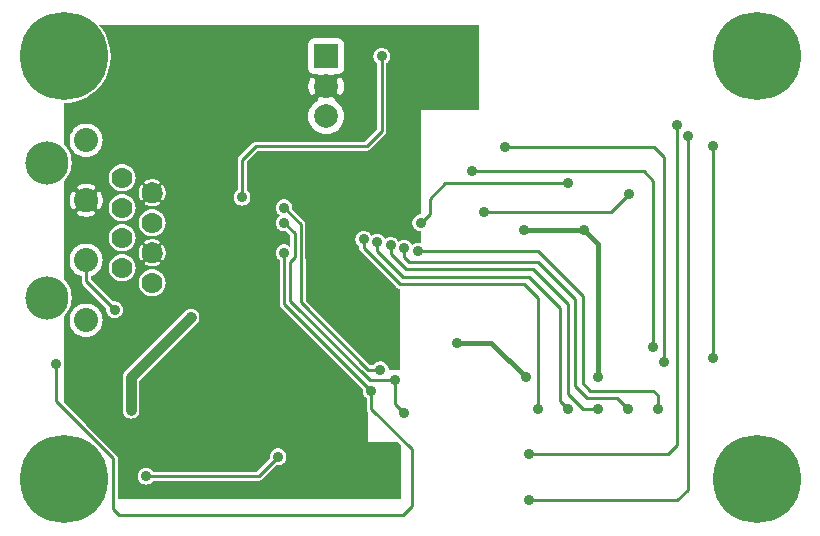
<source format=gbr>
G04 start of page 3 for group 1 idx 1 *
G04 Title: (unknown), bottom *
G04 Creator: pcb 20140316 *
G04 CreationDate: Thu 27 Apr 2017 04:48:59 AM GMT UTC *
G04 For: railfan *
G04 Format: Gerber/RS-274X *
G04 PCB-Dimensions (mil): 2650.00 1750.00 *
G04 PCB-Coordinate-Origin: lower left *
%MOIN*%
%FSLAX25Y25*%
%LNBOTTOM*%
%ADD57C,0.0300*%
%ADD56C,0.1280*%
%ADD55C,0.0480*%
%ADD54C,0.1285*%
%ADD53C,0.0450*%
%ADD52C,0.0200*%
%ADD51C,0.0360*%
%ADD50C,0.0700*%
%ADD49C,0.1440*%
%ADD48C,0.0800*%
%ADD47C,0.2937*%
%ADD46C,0.0787*%
%ADD45C,0.0350*%
%ADD44C,0.0100*%
%ADD43C,0.0150*%
%ADD42C,0.0001*%
G54D42*G36*
X85500Y90500D02*Y118500D01*
X112500D01*
Y90500D01*
X97500D01*
Y101941D01*
X97505Y102000D01*
X97486Y102235D01*
X97431Y102465D01*
X97341Y102683D01*
X97217Y102884D01*
X97064Y103064D01*
X97019Y103102D01*
X93233Y106889D01*
X93274Y107061D01*
X93300Y107500D01*
X93274Y107939D01*
X93171Y108368D01*
X93003Y108775D01*
X92772Y109151D01*
X92486Y109486D01*
X92151Y109772D01*
X91775Y110003D01*
X91368Y110171D01*
X90939Y110274D01*
X90500Y110309D01*
X90061Y110274D01*
X89632Y110171D01*
X89225Y110003D01*
X88849Y109772D01*
X88514Y109486D01*
X88228Y109151D01*
X87997Y108775D01*
X87829Y108368D01*
X87726Y107939D01*
X87691Y107500D01*
X87726Y107061D01*
X87829Y106632D01*
X87997Y106225D01*
X88228Y105849D01*
X88514Y105514D01*
X88849Y105228D01*
X89221Y105000D01*
X88849Y104772D01*
X88514Y104486D01*
X88228Y104151D01*
X87997Y103775D01*
X87829Y103368D01*
X87726Y102939D01*
X87691Y102500D01*
X87726Y102061D01*
X87829Y101632D01*
X87997Y101225D01*
X88228Y100849D01*
X88514Y100514D01*
X88849Y100228D01*
X89225Y99997D01*
X89632Y99829D01*
X90061Y99726D01*
X90500Y99691D01*
X90939Y99726D01*
X91111Y99767D01*
X92500Y98379D01*
Y94470D01*
X92486Y94486D01*
X92151Y94772D01*
X91775Y95003D01*
X91368Y95171D01*
X90939Y95274D01*
X90500Y95309D01*
X90061Y95274D01*
X89632Y95171D01*
X89225Y95003D01*
X88849Y94772D01*
X88514Y94486D01*
X88228Y94151D01*
X87997Y93775D01*
X87829Y93368D01*
X87726Y92939D01*
X87691Y92500D01*
X87726Y92061D01*
X87829Y91632D01*
X87997Y91225D01*
X88228Y90849D01*
X88514Y90514D01*
X88530Y90500D01*
X85500D01*
G37*
G36*
X104491Y126500D02*X112500D01*
Y102500D01*
X104491D01*
Y126500D01*
G37*
G36*
X109261Y168500D02*X112500D01*
Y129500D01*
X109261D01*
Y134433D01*
X109318Y134500D01*
X109806Y135296D01*
X110164Y136160D01*
X110382Y137068D01*
X110437Y138000D01*
X110382Y138932D01*
X110164Y139840D01*
X109806Y140704D01*
X109318Y141500D01*
X109261Y141567D01*
Y145183D01*
X109331Y145195D01*
X109480Y145246D01*
X109619Y145319D01*
X109745Y145413D01*
X109855Y145525D01*
X109946Y145654D01*
X110013Y145796D01*
X110204Y146328D01*
X110337Y146877D01*
X110417Y147436D01*
X110444Y148000D01*
X110417Y148564D01*
X110337Y149123D01*
X110204Y149672D01*
X110019Y150206D01*
X109950Y150348D01*
X109858Y150477D01*
X109748Y150591D01*
X109621Y150685D01*
X109481Y150759D01*
X109332Y150809D01*
X109261Y150821D01*
Y152240D01*
X109348Y152275D01*
X109616Y152440D01*
X109856Y152644D01*
X110060Y152884D01*
X110225Y153152D01*
X110345Y153443D01*
X110418Y153749D01*
X110437Y154063D01*
X110418Y162251D01*
X110345Y162557D01*
X110225Y162848D01*
X110060Y163116D01*
X109856Y163356D01*
X109616Y163560D01*
X109348Y163725D01*
X109261Y163760D01*
Y168500D01*
G37*
G36*
Y141567D02*X108711Y142211D01*
X108000Y142818D01*
X107321Y143235D01*
X107336Y143324D01*
X107338Y143482D01*
X107315Y143639D01*
X107268Y143790D01*
X107198Y143931D01*
X107107Y144061D01*
X106996Y144174D01*
X106870Y144268D01*
X106730Y144342D01*
X106580Y144392D01*
X106424Y144419D01*
X106266Y144421D01*
X106110Y144398D01*
X105960Y144348D01*
X105608Y144222D01*
X105244Y144134D01*
X104874Y144081D01*
X104500Y144063D01*
X104491Y144063D01*
Y151937D01*
X104500Y151937D01*
X104874Y151919D01*
X105244Y151866D01*
X105608Y151778D01*
X105961Y151656D01*
X106111Y151606D01*
X106266Y151583D01*
X106424Y151585D01*
X106579Y151612D01*
X106728Y151662D01*
X106867Y151736D01*
X106993Y151830D01*
X107103Y151942D01*
X107194Y152071D01*
X107198Y152078D01*
X108751Y152082D01*
X109057Y152155D01*
X109261Y152240D01*
Y150821D01*
X109176Y150836D01*
X109018Y150838D01*
X108861Y150815D01*
X108710Y150768D01*
X108569Y150698D01*
X108439Y150607D01*
X108326Y150496D01*
X108232Y150370D01*
X108158Y150230D01*
X108108Y150080D01*
X108081Y149924D01*
X108079Y149766D01*
X108102Y149610D01*
X108152Y149460D01*
X108278Y149108D01*
X108366Y148744D01*
X108419Y148374D01*
X108437Y148000D01*
X108419Y147626D01*
X108366Y147256D01*
X108278Y146892D01*
X108156Y146539D01*
X108106Y146389D01*
X108083Y146234D01*
X108085Y146076D01*
X108112Y145921D01*
X108162Y145772D01*
X108236Y145633D01*
X108330Y145507D01*
X108442Y145397D01*
X108571Y145306D01*
X108712Y145236D01*
X108862Y145189D01*
X109018Y145167D01*
X109175Y145168D01*
X109261Y145183D01*
Y141567D01*
G37*
G36*
Y129500D02*X104491D01*
Y132045D01*
X104500Y132045D01*
X105432Y132118D01*
X106340Y132336D01*
X107204Y132694D01*
X108000Y133182D01*
X108711Y133789D01*
X109261Y134433D01*
Y129500D01*
G37*
G36*
X104491Y168500D02*X109261D01*
Y163760D01*
X109057Y163845D01*
X108751Y163918D01*
X108437Y163937D01*
X104491Y163928D01*
Y168500D01*
G37*
G36*
X99739Y126500D02*X104491D01*
Y102500D01*
X99739D01*
Y126500D01*
G37*
G36*
Y134433D02*X100289Y133789D01*
X101000Y133182D01*
X101796Y132694D01*
X102660Y132336D01*
X103568Y132118D01*
X104491Y132045D01*
Y129500D01*
X99739D01*
Y134433D01*
G37*
G36*
Y152240D02*X99943Y152155D01*
X100249Y152082D01*
X100563Y152063D01*
X101804Y152066D01*
X101893Y151939D01*
X102004Y151826D01*
X102130Y151732D01*
X102270Y151658D01*
X102420Y151608D01*
X102576Y151581D01*
X102734Y151579D01*
X102890Y151602D01*
X103040Y151652D01*
X103392Y151778D01*
X103756Y151866D01*
X104126Y151919D01*
X104491Y151937D01*
Y144063D01*
X104126Y144081D01*
X103756Y144134D01*
X103392Y144222D01*
X103039Y144344D01*
X102889Y144394D01*
X102734Y144417D01*
X102576Y144415D01*
X102421Y144388D01*
X102272Y144338D01*
X102133Y144264D01*
X102007Y144170D01*
X101897Y144058D01*
X101806Y143929D01*
X101736Y143788D01*
X101689Y143638D01*
X101667Y143482D01*
X101668Y143325D01*
X101683Y143237D01*
X101000Y142818D01*
X100289Y142211D01*
X99739Y141567D01*
Y145179D01*
X99824Y145164D01*
X99982Y145162D01*
X100139Y145185D01*
X100290Y145232D01*
X100431Y145302D01*
X100561Y145393D01*
X100674Y145504D01*
X100768Y145630D01*
X100842Y145770D01*
X100892Y145920D01*
X100919Y146076D01*
X100921Y146234D01*
X100898Y146390D01*
X100848Y146540D01*
X100722Y146892D01*
X100634Y147256D01*
X100581Y147626D01*
X100563Y148000D01*
X100581Y148374D01*
X100634Y148744D01*
X100722Y149108D01*
X100844Y149461D01*
X100894Y149611D01*
X100917Y149766D01*
X100915Y149924D01*
X100888Y150079D01*
X100838Y150228D01*
X100764Y150367D01*
X100670Y150493D01*
X100558Y150603D01*
X100429Y150694D01*
X100288Y150764D01*
X100138Y150811D01*
X99982Y150833D01*
X99825Y150832D01*
X99739Y150817D01*
Y152240D01*
G37*
G36*
Y168500D02*X104491D01*
Y163928D01*
X100249Y163918D01*
X99943Y163845D01*
X99739Y163760D01*
Y168500D01*
G37*
G36*
X50220D02*X99739D01*
Y163760D01*
X99652Y163725D01*
X99384Y163560D01*
X99144Y163356D01*
X98940Y163116D01*
X98775Y162848D01*
X98655Y162557D01*
X98582Y162251D01*
X98563Y161937D01*
X98582Y153749D01*
X98655Y153443D01*
X98775Y153152D01*
X98940Y152884D01*
X99144Y152644D01*
X99384Y152440D01*
X99652Y152275D01*
X99739Y152240D01*
Y150817D01*
X99669Y150805D01*
X99520Y150754D01*
X99381Y150681D01*
X99255Y150587D01*
X99145Y150475D01*
X99054Y150346D01*
X98987Y150204D01*
X98796Y149672D01*
X98663Y149123D01*
X98583Y148564D01*
X98556Y148000D01*
X98583Y147436D01*
X98663Y146877D01*
X98796Y146328D01*
X98981Y145794D01*
X99050Y145652D01*
X99142Y145523D01*
X99252Y145409D01*
X99379Y145315D01*
X99519Y145241D01*
X99668Y145191D01*
X99739Y145179D01*
Y141567D01*
X99682Y141500D01*
X99194Y140704D01*
X98836Y139840D01*
X98618Y138932D01*
X98545Y138000D01*
X98618Y137068D01*
X98836Y136160D01*
X99194Y135296D01*
X99682Y134500D01*
X99739Y134433D01*
Y129500D01*
X81059D01*
X81000Y129505D01*
X80765Y129486D01*
X80535Y129431D01*
X80317Y129341D01*
X80116Y129217D01*
X80115Y129217D01*
X79936Y129064D01*
X79898Y129019D01*
X75481Y124602D01*
X75436Y124564D01*
X75283Y124384D01*
X75159Y124183D01*
X75069Y123965D01*
X75014Y123735D01*
X75014Y123735D01*
X74995Y123500D01*
X75000Y123441D01*
Y113365D01*
X74849Y113272D01*
X74514Y112986D01*
X74228Y112651D01*
X73997Y112275D01*
X73829Y111868D01*
X73726Y111439D01*
X73691Y111000D01*
X73726Y110561D01*
X73829Y110132D01*
X73997Y109725D01*
X74228Y109349D01*
X74514Y109014D01*
X74849Y108728D01*
X75225Y108497D01*
X75632Y108329D01*
X76061Y108226D01*
X76500Y108191D01*
X76939Y108226D01*
X77368Y108329D01*
X77775Y108497D01*
X78151Y108728D01*
X78486Y109014D01*
X78772Y109349D01*
X79003Y109725D01*
X79171Y110132D01*
X79274Y110561D01*
X79300Y111000D01*
X79274Y111439D01*
X79171Y111868D01*
X79003Y112275D01*
X78772Y112651D01*
X78486Y112986D01*
X78151Y113272D01*
X78000Y113365D01*
Y122879D01*
X81621Y126500D01*
X99739D01*
Y102500D01*
X97416D01*
X97341Y102683D01*
X97217Y102884D01*
X97064Y103064D01*
X97019Y103102D01*
X93233Y106889D01*
X93274Y107061D01*
X93300Y107500D01*
X93274Y107939D01*
X93171Y108368D01*
X93003Y108775D01*
X92772Y109151D01*
X92486Y109486D01*
X92151Y109772D01*
X91775Y110003D01*
X91368Y110171D01*
X90939Y110274D01*
X90500Y110309D01*
X90061Y110274D01*
X89632Y110171D01*
X89225Y110003D01*
X88849Y109772D01*
X88514Y109486D01*
X88228Y109151D01*
X87997Y108775D01*
X87829Y108368D01*
X87726Y107939D01*
X87691Y107500D01*
X87726Y107061D01*
X87829Y106632D01*
X87997Y106225D01*
X88228Y105849D01*
X88514Y105514D01*
X88849Y105228D01*
X89221Y105000D01*
X88849Y104772D01*
X88514Y104486D01*
X88228Y104151D01*
X87997Y103775D01*
X87829Y103368D01*
X87726Y102939D01*
X87691Y102500D01*
X51000D01*
X50958Y103206D01*
X50793Y103895D01*
X50522Y104549D01*
X50220Y105041D01*
Y110044D01*
X50271Y110083D01*
X50326Y110139D01*
X50370Y110204D01*
X50564Y110556D01*
X50721Y110926D01*
X50844Y111309D01*
X50933Y111700D01*
X50987Y112099D01*
X51004Y112500D01*
X50987Y112901D01*
X50933Y113300D01*
X50844Y113691D01*
X50721Y114074D01*
X50564Y114444D01*
X50374Y114798D01*
X50329Y114863D01*
X50274Y114920D01*
X50220Y114960D01*
Y168500D01*
G37*
G36*
X46502D02*X50220D01*
Y114960D01*
X50210Y114968D01*
X50140Y115004D01*
X50065Y115030D01*
X49987Y115044D01*
X49908Y115045D01*
X49829Y115033D01*
X49754Y115010D01*
X49683Y114975D01*
X49618Y114929D01*
X49561Y114874D01*
X49513Y114811D01*
X49476Y114741D01*
X49451Y114666D01*
X49437Y114588D01*
X49436Y114508D01*
X49448Y114430D01*
X49471Y114354D01*
X49507Y114284D01*
X49657Y114010D01*
X49779Y113723D01*
X49875Y113426D01*
X49944Y113121D01*
X49986Y112812D01*
X50000Y112500D01*
X49986Y112188D01*
X49944Y111879D01*
X49875Y111574D01*
X49779Y111277D01*
X49657Y110990D01*
X49510Y110714D01*
X49474Y110645D01*
X49451Y110569D01*
X49440Y110491D01*
X49441Y110413D01*
X49454Y110335D01*
X49480Y110261D01*
X49516Y110191D01*
X49564Y110128D01*
X49620Y110073D01*
X49684Y110028D01*
X49755Y109993D01*
X49830Y109970D01*
X49908Y109959D01*
X49987Y109960D01*
X50064Y109973D01*
X50139Y109999D01*
X50208Y110035D01*
X50220Y110044D01*
Y105041D01*
X50152Y105153D01*
X49692Y105692D01*
X49153Y106152D01*
X48549Y106522D01*
X47895Y106793D01*
X47206Y106958D01*
X46502Y107014D01*
Y107996D01*
X46901Y108013D01*
X47300Y108067D01*
X47691Y108156D01*
X48074Y108279D01*
X48444Y108436D01*
X48798Y108626D01*
X48863Y108671D01*
X48920Y108726D01*
X48968Y108790D01*
X49004Y108860D01*
X49030Y108935D01*
X49044Y109013D01*
X49045Y109092D01*
X49033Y109171D01*
X49010Y109246D01*
X48975Y109317D01*
X48929Y109382D01*
X48874Y109439D01*
X48811Y109487D01*
X48741Y109524D01*
X48666Y109549D01*
X48588Y109563D01*
X48508Y109564D01*
X48430Y109552D01*
X48354Y109529D01*
X48284Y109493D01*
X48010Y109343D01*
X47723Y109221D01*
X47426Y109125D01*
X47121Y109056D01*
X46812Y109014D01*
X46502Y109000D01*
Y116000D01*
X46812Y115986D01*
X47121Y115944D01*
X47426Y115875D01*
X47723Y115779D01*
X48010Y115657D01*
X48286Y115510D01*
X48355Y115474D01*
X48431Y115451D01*
X48509Y115440D01*
X48587Y115441D01*
X48665Y115454D01*
X48739Y115480D01*
X48809Y115516D01*
X48872Y115564D01*
X48927Y115620D01*
X48972Y115684D01*
X49007Y115755D01*
X49030Y115830D01*
X49041Y115908D01*
X49040Y115987D01*
X49027Y116064D01*
X49001Y116139D01*
X48965Y116208D01*
X48917Y116271D01*
X48861Y116326D01*
X48796Y116370D01*
X48444Y116564D01*
X48074Y116721D01*
X47691Y116844D01*
X47300Y116933D01*
X46901Y116987D01*
X46502Y117004D01*
Y168500D01*
G37*
G36*
X42780D02*X46502D01*
Y117004D01*
X46500Y117004D01*
X46099Y116987D01*
X45700Y116933D01*
X45309Y116844D01*
X44926Y116721D01*
X44556Y116564D01*
X44202Y116374D01*
X44137Y116329D01*
X44080Y116274D01*
X44032Y116210D01*
X43996Y116140D01*
X43970Y116065D01*
X43956Y115987D01*
X43955Y115908D01*
X43967Y115829D01*
X43990Y115754D01*
X44025Y115683D01*
X44071Y115618D01*
X44126Y115561D01*
X44189Y115513D01*
X44259Y115477D01*
X44334Y115451D01*
X44412Y115437D01*
X44492Y115436D01*
X44570Y115448D01*
X44646Y115471D01*
X44716Y115507D01*
X44990Y115657D01*
X45277Y115779D01*
X45574Y115875D01*
X45879Y115944D01*
X46188Y115986D01*
X46500Y116000D01*
X46502Y116000D01*
Y109000D01*
X46500Y109000D01*
X46188Y109014D01*
X45879Y109056D01*
X45574Y109125D01*
X45277Y109221D01*
X44990Y109343D01*
X44714Y109490D01*
X44645Y109526D01*
X44569Y109549D01*
X44491Y109560D01*
X44413Y109559D01*
X44335Y109546D01*
X44261Y109520D01*
X44191Y109484D01*
X44128Y109436D01*
X44073Y109380D01*
X44028Y109316D01*
X43993Y109245D01*
X43970Y109170D01*
X43959Y109092D01*
X43960Y109013D01*
X43973Y108936D01*
X43999Y108861D01*
X44035Y108792D01*
X44083Y108729D01*
X44139Y108674D01*
X44204Y108630D01*
X44556Y108436D01*
X44926Y108279D01*
X45309Y108156D01*
X45700Y108067D01*
X46099Y108013D01*
X46500Y107996D01*
X46502Y107996D01*
Y107014D01*
X46500Y107014D01*
X45794Y106958D01*
X45105Y106793D01*
X44451Y106522D01*
X43847Y106152D01*
X43308Y105692D01*
X42848Y105153D01*
X42780Y105041D01*
Y110040D01*
X42790Y110032D01*
X42860Y109996D01*
X42935Y109970D01*
X43013Y109956D01*
X43092Y109955D01*
X43171Y109967D01*
X43246Y109990D01*
X43317Y110025D01*
X43382Y110071D01*
X43439Y110126D01*
X43487Y110189D01*
X43524Y110259D01*
X43549Y110334D01*
X43563Y110412D01*
X43564Y110492D01*
X43552Y110570D01*
X43529Y110646D01*
X43493Y110716D01*
X43343Y110990D01*
X43221Y111277D01*
X43125Y111574D01*
X43056Y111879D01*
X43014Y112188D01*
X43000Y112500D01*
X43014Y112812D01*
X43056Y113121D01*
X43125Y113426D01*
X43221Y113723D01*
X43343Y114010D01*
X43490Y114286D01*
X43526Y114355D01*
X43549Y114431D01*
X43560Y114509D01*
X43559Y114587D01*
X43546Y114665D01*
X43520Y114739D01*
X43484Y114809D01*
X43436Y114872D01*
X43380Y114927D01*
X43316Y114972D01*
X43245Y115007D01*
X43170Y115030D01*
X43092Y115041D01*
X43013Y115040D01*
X42936Y115027D01*
X42861Y115001D01*
X42792Y114965D01*
X42780Y114956D01*
Y168500D01*
G37*
G36*
X36493D02*X42780D01*
Y114956D01*
X42729Y114917D01*
X42674Y114861D01*
X42630Y114796D01*
X42436Y114444D01*
X42279Y114074D01*
X42156Y113691D01*
X42067Y113300D01*
X42013Y112901D01*
X41996Y112500D01*
X42013Y112099D01*
X42067Y111700D01*
X42156Y111309D01*
X42279Y110926D01*
X42436Y110556D01*
X42626Y110202D01*
X42671Y110137D01*
X42726Y110080D01*
X42780Y110040D01*
Y105041D01*
X42478Y104549D01*
X42207Y103895D01*
X42042Y103206D01*
X41986Y102500D01*
X36493D01*
Y102987D01*
X36500Y102986D01*
X37206Y103042D01*
X37895Y103207D01*
X38549Y103478D01*
X39153Y103848D01*
X39692Y104308D01*
X40152Y104847D01*
X40522Y105451D01*
X40793Y106105D01*
X40958Y106794D01*
X41000Y107500D01*
X40958Y108206D01*
X40793Y108895D01*
X40522Y109549D01*
X40152Y110153D01*
X39692Y110692D01*
X39153Y111152D01*
X38549Y111522D01*
X37895Y111793D01*
X37206Y111958D01*
X36500Y112014D01*
X36493Y112013D01*
Y112987D01*
X36500Y112986D01*
X37206Y113042D01*
X37895Y113207D01*
X38549Y113478D01*
X39153Y113848D01*
X39692Y114308D01*
X40152Y114847D01*
X40522Y115451D01*
X40793Y116105D01*
X40958Y116794D01*
X41000Y117500D01*
X40958Y118206D01*
X40793Y118895D01*
X40522Y119549D01*
X40152Y120153D01*
X39692Y120692D01*
X39153Y121152D01*
X38549Y121522D01*
X37895Y121793D01*
X37206Y121958D01*
X36500Y122014D01*
X36493Y122013D01*
Y168500D01*
G37*
G36*
X28993Y147892D02*X29728Y148753D01*
X31018Y150858D01*
X31962Y153138D01*
X32539Y155539D01*
X32684Y158000D01*
X32539Y160461D01*
X31962Y162862D01*
X31018Y165142D01*
X29728Y167247D01*
X28993Y168108D01*
Y168500D01*
X36493D01*
Y122013D01*
X35794Y121958D01*
X35105Y121793D01*
X34451Y121522D01*
X33847Y121152D01*
X33308Y120692D01*
X32848Y120153D01*
X32478Y119549D01*
X32207Y118895D01*
X32042Y118206D01*
X31986Y117500D01*
X32042Y116794D01*
X32207Y116105D01*
X32478Y115451D01*
X32848Y114847D01*
X33308Y114308D01*
X33847Y113848D01*
X34451Y113478D01*
X35105Y113207D01*
X35794Y113042D01*
X36493Y112987D01*
Y112013D01*
X35794Y111958D01*
X35105Y111793D01*
X34451Y111522D01*
X33847Y111152D01*
X33308Y110692D01*
X32848Y110153D01*
X32478Y109549D01*
X32207Y108895D01*
X32042Y108206D01*
X31986Y107500D01*
X32042Y106794D01*
X32207Y106105D01*
X32478Y105451D01*
X32848Y104847D01*
X33308Y104308D01*
X33847Y103848D01*
X34451Y103478D01*
X35105Y103207D01*
X35794Y103042D01*
X36493Y102987D01*
Y102500D01*
X28993D01*
Y107145D01*
X29078Y107181D01*
X29179Y107243D01*
X29269Y107319D01*
X29345Y107409D01*
X29405Y107511D01*
X29622Y107980D01*
X29789Y108469D01*
X29909Y108972D01*
X29982Y109484D01*
X30006Y110000D01*
X29982Y110516D01*
X29909Y111028D01*
X29789Y111531D01*
X29622Y112020D01*
X29410Y112492D01*
X29349Y112593D01*
X29272Y112684D01*
X29182Y112761D01*
X29080Y112823D01*
X28993Y112860D01*
Y126805D01*
X29416Y127495D01*
X29747Y128295D01*
X29949Y129137D01*
X30000Y130000D01*
X29949Y130863D01*
X29747Y131705D01*
X29416Y132505D01*
X28993Y133195D01*
Y147892D01*
G37*
G36*
Y102500D02*X24492D01*
Y104494D01*
X24500Y104494D01*
X25016Y104518D01*
X25528Y104591D01*
X26031Y104711D01*
X26520Y104878D01*
X26992Y105090D01*
X27093Y105151D01*
X27184Y105228D01*
X27261Y105318D01*
X27323Y105420D01*
X27369Y105529D01*
X27397Y105645D01*
X27406Y105763D01*
X27397Y105881D01*
X27370Y105997D01*
X27324Y106107D01*
X27262Y106208D01*
X27186Y106298D01*
X27095Y106376D01*
X26994Y106438D01*
X26885Y106484D01*
X26769Y106511D01*
X26651Y106521D01*
X26532Y106512D01*
X26417Y106484D01*
X26308Y106437D01*
X25968Y106279D01*
X25612Y106158D01*
X25247Y106070D01*
X24875Y106018D01*
X24500Y106000D01*
X24492Y106000D01*
Y114000D01*
X24500Y114000D01*
X24875Y113982D01*
X25247Y113930D01*
X25612Y113842D01*
X25968Y113721D01*
X26310Y113567D01*
X26418Y113520D01*
X26533Y113493D01*
X26651Y113483D01*
X26768Y113493D01*
X26883Y113521D01*
X26992Y113566D01*
X27093Y113628D01*
X27182Y113705D01*
X27259Y113795D01*
X27320Y113895D01*
X27365Y114004D01*
X27393Y114119D01*
X27402Y114237D01*
X27392Y114355D01*
X27365Y114469D01*
X27319Y114578D01*
X27257Y114679D01*
X27181Y114769D01*
X27091Y114845D01*
X26989Y114905D01*
X26520Y115122D01*
X26031Y115289D01*
X25528Y115409D01*
X25016Y115482D01*
X24500Y115506D01*
X24492Y115506D01*
Y124484D01*
X24500Y124483D01*
X25363Y124551D01*
X26205Y124753D01*
X27005Y125084D01*
X27743Y125537D01*
X28401Y126099D01*
X28963Y126757D01*
X28993Y126805D01*
Y112860D01*
X28971Y112869D01*
X28855Y112897D01*
X28737Y112906D01*
X28619Y112897D01*
X28503Y112870D01*
X28393Y112824D01*
X28292Y112762D01*
X28202Y112686D01*
X28124Y112595D01*
X28062Y112494D01*
X28016Y112385D01*
X27989Y112269D01*
X27979Y112151D01*
X27988Y112032D01*
X28016Y111917D01*
X28063Y111808D01*
X28221Y111468D01*
X28342Y111112D01*
X28430Y110747D01*
X28482Y110375D01*
X28500Y110000D01*
X28482Y109625D01*
X28430Y109253D01*
X28342Y108888D01*
X28221Y108532D01*
X28067Y108190D01*
X28020Y108082D01*
X27993Y107967D01*
X27983Y107849D01*
X27993Y107732D01*
X28021Y107617D01*
X28066Y107508D01*
X28128Y107407D01*
X28205Y107318D01*
X28295Y107241D01*
X28395Y107180D01*
X28504Y107135D01*
X28619Y107107D01*
X28737Y107098D01*
X28855Y107108D01*
X28969Y107135D01*
X28993Y107145D01*
Y102500D01*
G37*
G36*
Y168108D02*X28658Y168500D01*
X28993D01*
Y168108D01*
G37*
G36*
X24492Y144196D02*X26247Y145272D01*
X28124Y146876D01*
X28993Y147892D01*
Y133195D01*
X28963Y133243D01*
X28401Y133901D01*
X27743Y134463D01*
X27005Y134916D01*
X26205Y135247D01*
X25363Y135449D01*
X24500Y135517D01*
X24492Y135516D01*
Y144196D01*
G37*
G36*
X20007Y126805D02*X20037Y126757D01*
X20599Y126099D01*
X21257Y125537D01*
X21995Y125084D01*
X22795Y124753D01*
X23637Y124551D01*
X24492Y124484D01*
Y115506D01*
X23984Y115482D01*
X23472Y115409D01*
X22969Y115289D01*
X22480Y115122D01*
X22008Y114910D01*
X21907Y114849D01*
X21816Y114772D01*
X21739Y114682D01*
X21677Y114580D01*
X21631Y114471D01*
X21603Y114355D01*
X21594Y114237D01*
X21603Y114119D01*
X21630Y114003D01*
X21676Y113893D01*
X21738Y113792D01*
X21814Y113702D01*
X21905Y113624D01*
X22006Y113562D01*
X22115Y113516D01*
X22231Y113489D01*
X22349Y113479D01*
X22468Y113488D01*
X22583Y113516D01*
X22692Y113563D01*
X23032Y113721D01*
X23388Y113842D01*
X23753Y113930D01*
X24125Y113982D01*
X24492Y114000D01*
Y106000D01*
X24125Y106018D01*
X23753Y106070D01*
X23388Y106158D01*
X23032Y106279D01*
X22690Y106433D01*
X22582Y106480D01*
X22467Y106507D01*
X22349Y106517D01*
X22232Y106507D01*
X22117Y106479D01*
X22008Y106434D01*
X21907Y106372D01*
X21818Y106295D01*
X21741Y106205D01*
X21680Y106105D01*
X21635Y105996D01*
X21607Y105881D01*
X21598Y105763D01*
X21608Y105645D01*
X21635Y105531D01*
X21681Y105422D01*
X21743Y105321D01*
X21819Y105231D01*
X21909Y105155D01*
X22011Y105095D01*
X22480Y104878D01*
X22969Y104711D01*
X23472Y104591D01*
X23984Y104518D01*
X24492Y104494D01*
Y102500D01*
X20007D01*
Y107140D01*
X20029Y107131D01*
X20145Y107103D01*
X20263Y107094D01*
X20381Y107103D01*
X20497Y107130D01*
X20607Y107176D01*
X20708Y107238D01*
X20798Y107314D01*
X20876Y107405D01*
X20938Y107506D01*
X20984Y107615D01*
X21011Y107731D01*
X21021Y107849D01*
X21012Y107968D01*
X20984Y108083D01*
X20937Y108192D01*
X20779Y108532D01*
X20658Y108888D01*
X20570Y109253D01*
X20518Y109625D01*
X20500Y110000D01*
X20518Y110375D01*
X20570Y110747D01*
X20658Y111112D01*
X20779Y111468D01*
X20933Y111810D01*
X20980Y111918D01*
X21007Y112033D01*
X21017Y112151D01*
X21007Y112268D01*
X20979Y112383D01*
X20934Y112492D01*
X20872Y112593D01*
X20795Y112682D01*
X20705Y112759D01*
X20605Y112820D01*
X20496Y112865D01*
X20381Y112893D01*
X20263Y112902D01*
X20145Y112892D01*
X20031Y112865D01*
X20007Y112855D01*
Y126805D01*
G37*
G36*
Y142592D02*X21862Y143038D01*
X24142Y143982D01*
X24492Y144196D01*
Y135516D01*
X23637Y135449D01*
X22795Y135247D01*
X21995Y134916D01*
X21257Y134463D01*
X20599Y133901D01*
X20037Y133243D01*
X20007Y133195D01*
Y142592D01*
G37*
G36*
X17000Y102500D02*Y116414D01*
X17316Y116684D01*
X18154Y117665D01*
X18829Y118766D01*
X19323Y119958D01*
X19624Y121213D01*
X19700Y122500D01*
X19624Y123787D01*
X19323Y125042D01*
X18829Y126234D01*
X18154Y127335D01*
X17316Y128316D01*
X17000Y128586D01*
Y142268D01*
X19461Y142461D01*
X20007Y142592D01*
Y133195D01*
X19584Y132505D01*
X19253Y131705D01*
X19051Y130863D01*
X18983Y130000D01*
X19051Y129137D01*
X19253Y128295D01*
X19584Y127495D01*
X20007Y126805D01*
Y112855D01*
X19922Y112819D01*
X19821Y112757D01*
X19731Y112681D01*
X19655Y112591D01*
X19595Y112489D01*
X19378Y112020D01*
X19211Y111531D01*
X19091Y111028D01*
X19018Y110516D01*
X18994Y110000D01*
X19018Y109484D01*
X19091Y108972D01*
X19211Y108469D01*
X19378Y107980D01*
X19590Y107508D01*
X19651Y107407D01*
X19728Y107316D01*
X19818Y107239D01*
X19920Y107177D01*
X20007Y107140D01*
Y102500D01*
X17000D01*
G37*
G36*
X109000Y93000D02*Y126500D01*
X117941D01*
X118000Y126495D01*
X118235Y126514D01*
X118235Y126514D01*
X118465Y126569D01*
X118683Y126659D01*
X118884Y126783D01*
X119064Y126936D01*
X119102Y126981D01*
X124019Y131898D01*
X124064Y131936D01*
X124217Y132115D01*
X124217Y132116D01*
X124341Y132317D01*
X124431Y132535D01*
X124486Y132765D01*
X124505Y133000D01*
X124500Y133059D01*
Y143500D01*
X136000D01*
Y105309D01*
X135561Y105274D01*
X135132Y105171D01*
X134725Y105003D01*
X134349Y104772D01*
X134014Y104486D01*
X133728Y104151D01*
X133497Y103775D01*
X133329Y103368D01*
X133226Y102939D01*
X133191Y102500D01*
X133226Y102061D01*
X133329Y101632D01*
X133497Y101225D01*
X133728Y100849D01*
X134014Y100514D01*
X134349Y100228D01*
X134725Y99997D01*
X135132Y99829D01*
X135561Y99726D01*
X136000Y99691D01*
Y95616D01*
X135868Y95671D01*
X135439Y95774D01*
X135000Y95809D01*
X134561Y95774D01*
X134132Y95671D01*
X133725Y95503D01*
X133349Y95272D01*
X133094Y95054D01*
X133003Y95275D01*
X132772Y95651D01*
X132486Y95986D01*
X132151Y96272D01*
X131775Y96503D01*
X131368Y96671D01*
X130939Y96774D01*
X130500Y96809D01*
X130061Y96774D01*
X129632Y96671D01*
X129225Y96503D01*
X128849Y96272D01*
X128594Y96054D01*
X128503Y96275D01*
X128272Y96651D01*
X127986Y96986D01*
X127651Y97272D01*
X127275Y97503D01*
X126868Y97671D01*
X126439Y97774D01*
X126000Y97809D01*
X125561Y97774D01*
X125132Y97671D01*
X124725Y97503D01*
X124349Y97272D01*
X124094Y97054D01*
X124003Y97275D01*
X123772Y97651D01*
X123486Y97986D01*
X123151Y98272D01*
X122775Y98503D01*
X122368Y98671D01*
X121939Y98774D01*
X121500Y98809D01*
X121061Y98774D01*
X120632Y98671D01*
X120225Y98503D01*
X119849Y98272D01*
X119594Y98054D01*
X119503Y98275D01*
X119272Y98651D01*
X118986Y98986D01*
X118651Y99272D01*
X118275Y99503D01*
X117868Y99671D01*
X117439Y99774D01*
X117000Y99809D01*
X116561Y99774D01*
X116132Y99671D01*
X115725Y99503D01*
X115349Y99272D01*
X115014Y98986D01*
X114728Y98651D01*
X114497Y98275D01*
X114329Y97868D01*
X114226Y97439D01*
X114191Y97000D01*
X114226Y96561D01*
X114329Y96132D01*
X114497Y95725D01*
X114728Y95349D01*
X115014Y95014D01*
X115349Y94728D01*
X115500Y94635D01*
Y94059D01*
X115495Y94000D01*
X115514Y93765D01*
X115569Y93535D01*
X115659Y93317D01*
X115783Y93116D01*
X115881Y93000D01*
X109000D01*
G37*
G36*
X103500Y129500D02*Y132134D01*
X103568Y132118D01*
X104500Y132045D01*
X105432Y132118D01*
X106340Y132336D01*
X107204Y132694D01*
X108000Y133182D01*
X108711Y133789D01*
X109318Y134500D01*
X109806Y135296D01*
X110164Y136160D01*
X110382Y137068D01*
X110437Y138000D01*
X110382Y138932D01*
X110164Y139840D01*
X109806Y140704D01*
X109318Y141500D01*
X108711Y142211D01*
X108000Y142818D01*
X107321Y143235D01*
X107336Y143324D01*
X107338Y143482D01*
X107315Y143639D01*
X107268Y143790D01*
X107198Y143931D01*
X107107Y144061D01*
X106996Y144174D01*
X106870Y144268D01*
X106730Y144342D01*
X106580Y144392D01*
X106424Y144419D01*
X106266Y144421D01*
X106110Y144398D01*
X105960Y144348D01*
X105608Y144222D01*
X105244Y144134D01*
X104874Y144081D01*
X104500Y144063D01*
X104126Y144081D01*
X103756Y144134D01*
X103500Y144196D01*
Y147500D01*
X108401D01*
X108366Y147256D01*
X108278Y146892D01*
X108156Y146539D01*
X108106Y146389D01*
X108083Y146234D01*
X108085Y146076D01*
X108112Y145921D01*
X108162Y145772D01*
X108236Y145633D01*
X108330Y145507D01*
X108442Y145397D01*
X108571Y145306D01*
X108712Y145236D01*
X108862Y145189D01*
X109018Y145167D01*
X109175Y145168D01*
X109331Y145195D01*
X109480Y145246D01*
X109619Y145319D01*
X109745Y145413D01*
X109855Y145525D01*
X109946Y145654D01*
X110013Y145796D01*
X110204Y146328D01*
X110337Y146877D01*
X110417Y147436D01*
X110420Y147500D01*
X121500D01*
Y133621D01*
X117379Y129500D01*
X103500D01*
G37*
G36*
X129000Y53500D02*X125398D01*
X125372Y53939D01*
X125269Y54368D01*
X125101Y54775D01*
X124870Y55151D01*
X124584Y55486D01*
X124249Y55772D01*
X123873Y56003D01*
X123466Y56171D01*
X123037Y56274D01*
X122598Y56309D01*
X122159Y56274D01*
X121730Y56171D01*
X121323Y56003D01*
X120947Y55772D01*
X120612Y55486D01*
X120326Y55151D01*
X120233Y55000D01*
X119121D01*
X97957Y76164D01*
Y98500D01*
X114635D01*
X114497Y98275D01*
X114329Y97868D01*
X114226Y97439D01*
X114191Y97000D01*
X114226Y96561D01*
X114329Y96132D01*
X114497Y95725D01*
X114728Y95349D01*
X115014Y95014D01*
X115349Y94728D01*
X115500Y94635D01*
Y94059D01*
X115495Y94000D01*
X115514Y93765D01*
X115569Y93535D01*
X115659Y93317D01*
X115783Y93116D01*
X115936Y92936D01*
X115981Y92898D01*
X127898Y80981D01*
X127936Y80936D01*
X128115Y80783D01*
X128116Y80783D01*
X128317Y80659D01*
X128535Y80569D01*
X128765Y80514D01*
X129000Y80495D01*
Y53500D01*
G37*
G36*
X116500Y10500D02*Y29500D01*
X128379D01*
X129500Y28379D01*
Y10500D01*
X116500D01*
G37*
G36*
X49510Y90714D02*X49496Y90686D01*
Y94306D01*
X49507Y94284D01*
X49657Y94010D01*
X49779Y93723D01*
X49875Y93426D01*
X49944Y93121D01*
X49986Y92812D01*
X50000Y92500D01*
X49986Y92188D01*
X49944Y91879D01*
X49875Y91574D01*
X49779Y91277D01*
X49657Y90990D01*
X49510Y90714D01*
G37*
G36*
X49496Y110000D02*X49741D01*
X49755Y109993D01*
X49830Y109970D01*
X49908Y109959D01*
X49987Y109960D01*
X50064Y109973D01*
X50139Y109999D01*
X50141Y110000D01*
X73884D01*
X73997Y109725D01*
X74228Y109349D01*
X74514Y109014D01*
X74849Y108728D01*
X75225Y108497D01*
X75632Y108329D01*
X76061Y108226D01*
X76500Y108191D01*
X76939Y108226D01*
X77368Y108329D01*
X77775Y108497D01*
X78151Y108728D01*
X78486Y109014D01*
X78772Y109349D01*
X79003Y109725D01*
X79116Y110000D01*
X89221D01*
X88849Y109772D01*
X88514Y109486D01*
X88228Y109151D01*
X87997Y108775D01*
X87829Y108368D01*
X87726Y107939D01*
X87691Y107500D01*
X87726Y107061D01*
X87829Y106632D01*
X87997Y106225D01*
X88228Y105849D01*
X88514Y105514D01*
X88849Y105228D01*
X89221Y105000D01*
X88849Y104772D01*
X88514Y104486D01*
X88228Y104151D01*
X87997Y103775D01*
X87829Y103368D01*
X87726Y102939D01*
X87691Y102500D01*
X87726Y102061D01*
X87829Y101632D01*
X87997Y101225D01*
X88228Y100849D01*
X88514Y100514D01*
X88849Y100228D01*
X89225Y99997D01*
X89632Y99829D01*
X90061Y99726D01*
X90500Y99691D01*
X90939Y99726D01*
X91111Y99767D01*
X92500Y98379D01*
Y94470D01*
X92486Y94486D01*
X92151Y94772D01*
X91775Y95003D01*
X91368Y95171D01*
X90939Y95274D01*
X90500Y95309D01*
X90061Y95274D01*
X89632Y95171D01*
X89225Y95003D01*
X88849Y94772D01*
X88514Y94486D01*
X88228Y94151D01*
X87997Y93775D01*
X87829Y93368D01*
X87726Y92939D01*
X87691Y92500D01*
X87726Y92061D01*
X87829Y91632D01*
X87997Y91225D01*
X88228Y90849D01*
X88514Y90514D01*
X88849Y90228D01*
X89000Y90135D01*
Y75507D01*
X88995Y75448D01*
X89014Y75213D01*
X89069Y74983D01*
X89159Y74765D01*
X89283Y74564D01*
X89436Y74384D01*
X89481Y74346D01*
X116715Y47111D01*
X116674Y46939D01*
X116639Y46500D01*
X116674Y46061D01*
X116777Y45632D01*
X116946Y45225D01*
X117176Y44849D01*
X117462Y44514D01*
X117797Y44228D01*
X118000Y44103D01*
Y40559D01*
X117995Y40500D01*
X118014Y40265D01*
X118069Y40035D01*
X118159Y39817D01*
X118283Y39616D01*
X118436Y39436D01*
X118481Y39398D01*
X118500Y39379D01*
Y10500D01*
X49496D01*
Y16500D01*
X81941D01*
X82000Y16495D01*
X82235Y16514D01*
X82235Y16514D01*
X82465Y16569D01*
X82683Y16659D01*
X82884Y16783D01*
X83064Y16936D01*
X83102Y16981D01*
X87889Y21767D01*
X88061Y21726D01*
X88500Y21691D01*
X88939Y21726D01*
X89368Y21829D01*
X89775Y21997D01*
X90151Y22228D01*
X90486Y22514D01*
X90772Y22849D01*
X91003Y23225D01*
X91171Y23632D01*
X91274Y24061D01*
X91300Y24500D01*
X91274Y24939D01*
X91171Y25368D01*
X91003Y25775D01*
X90772Y26151D01*
X90486Y26486D01*
X90151Y26772D01*
X89775Y27003D01*
X89368Y27171D01*
X88939Y27274D01*
X88500Y27309D01*
X88061Y27274D01*
X87632Y27171D01*
X87225Y27003D01*
X86849Y26772D01*
X86514Y26486D01*
X86228Y26151D01*
X85997Y25775D01*
X85829Y25368D01*
X85726Y24939D01*
X85691Y24500D01*
X85726Y24061D01*
X85767Y23889D01*
X81379Y19500D01*
X49496D01*
Y57107D01*
X61063Y68674D01*
X61151Y68728D01*
X61486Y69014D01*
X61772Y69349D01*
X62003Y69725D01*
X62171Y70132D01*
X62274Y70561D01*
X62300Y71000D01*
X62274Y71439D01*
X62171Y71868D01*
X62003Y72275D01*
X61772Y72651D01*
X61486Y72986D01*
X61151Y73272D01*
X60775Y73503D01*
X60368Y73671D01*
X59939Y73774D01*
X59500Y73809D01*
X59061Y73774D01*
X58632Y73671D01*
X58225Y73503D01*
X57849Y73272D01*
X57514Y72986D01*
X57228Y72651D01*
X57174Y72563D01*
X49496Y64885D01*
Y79141D01*
X49692Y79308D01*
X50152Y79847D01*
X50522Y80451D01*
X50793Y81105D01*
X50958Y81794D01*
X51000Y82500D01*
X50958Y83206D01*
X50793Y83895D01*
X50522Y84549D01*
X50152Y85153D01*
X49692Y85692D01*
X49496Y85859D01*
Y90230D01*
X49516Y90191D01*
X49564Y90128D01*
X49620Y90073D01*
X49684Y90028D01*
X49755Y89993D01*
X49830Y89970D01*
X49908Y89959D01*
X49987Y89960D01*
X50064Y89973D01*
X50139Y89999D01*
X50208Y90035D01*
X50271Y90083D01*
X50326Y90139D01*
X50370Y90204D01*
X50564Y90556D01*
X50721Y90926D01*
X50844Y91309D01*
X50933Y91700D01*
X50987Y92099D01*
X51004Y92500D01*
X50987Y92901D01*
X50933Y93300D01*
X50844Y93691D01*
X50721Y94074D01*
X50564Y94444D01*
X50374Y94798D01*
X50329Y94863D01*
X50274Y94920D01*
X50210Y94968D01*
X50140Y95004D01*
X50065Y95030D01*
X49987Y95044D01*
X49908Y95045D01*
X49829Y95033D01*
X49754Y95010D01*
X49683Y94975D01*
X49618Y94929D01*
X49561Y94874D01*
X49513Y94811D01*
X49496Y94777D01*
Y99141D01*
X49692Y99308D01*
X50152Y99847D01*
X50522Y100451D01*
X50793Y101105D01*
X50958Y101794D01*
X51000Y102500D01*
X50958Y103206D01*
X50793Y103895D01*
X50522Y104549D01*
X50152Y105153D01*
X49692Y105692D01*
X49496Y105859D01*
Y110000D01*
G37*
G36*
X46502Y16032D02*X46772Y16349D01*
X46865Y16500D01*
X49496D01*
Y10500D01*
X46502D01*
Y16032D01*
G37*
G36*
Y54113D02*X49496Y57107D01*
Y19500D01*
X46865D01*
X46772Y19651D01*
X46502Y19968D01*
Y54113D01*
G37*
G36*
Y77986D02*X47206Y78042D01*
X47895Y78207D01*
X48549Y78478D01*
X49153Y78848D01*
X49496Y79141D01*
Y64885D01*
X46502Y61891D01*
Y77986D01*
G37*
G36*
Y97986D02*X47206Y98042D01*
X47895Y98207D01*
X48549Y98478D01*
X49153Y98848D01*
X49496Y99141D01*
Y94777D01*
X49476Y94741D01*
X49451Y94666D01*
X49437Y94588D01*
X49436Y94508D01*
X49448Y94430D01*
X49471Y94354D01*
X49496Y94306D01*
Y90686D01*
X49474Y90645D01*
X49451Y90569D01*
X49440Y90491D01*
X49441Y90413D01*
X49454Y90335D01*
X49480Y90261D01*
X49496Y90230D01*
Y85859D01*
X49153Y86152D01*
X48549Y86522D01*
X47895Y86793D01*
X47206Y86958D01*
X46502Y87014D01*
Y87996D01*
X46901Y88013D01*
X47300Y88067D01*
X47691Y88156D01*
X48074Y88279D01*
X48444Y88436D01*
X48798Y88626D01*
X48863Y88671D01*
X48920Y88726D01*
X48968Y88790D01*
X49004Y88860D01*
X49030Y88935D01*
X49044Y89013D01*
X49045Y89092D01*
X49033Y89171D01*
X49010Y89246D01*
X48975Y89317D01*
X48929Y89382D01*
X48874Y89439D01*
X48811Y89487D01*
X48741Y89524D01*
X48666Y89549D01*
X48588Y89563D01*
X48508Y89564D01*
X48430Y89552D01*
X48354Y89529D01*
X48284Y89493D01*
X48010Y89343D01*
X47723Y89221D01*
X47426Y89125D01*
X47121Y89056D01*
X46812Y89014D01*
X46502Y89000D01*
Y96000D01*
X46812Y95986D01*
X47121Y95944D01*
X47426Y95875D01*
X47723Y95779D01*
X48010Y95657D01*
X48286Y95510D01*
X48355Y95474D01*
X48431Y95451D01*
X48509Y95440D01*
X48587Y95441D01*
X48665Y95454D01*
X48739Y95480D01*
X48809Y95516D01*
X48872Y95564D01*
X48927Y95620D01*
X48972Y95684D01*
X49007Y95755D01*
X49030Y95830D01*
X49041Y95908D01*
X49040Y95987D01*
X49027Y96064D01*
X49001Y96139D01*
X48965Y96208D01*
X48917Y96271D01*
X48861Y96326D01*
X48796Y96370D01*
X48444Y96564D01*
X48074Y96721D01*
X47691Y96844D01*
X47300Y96933D01*
X46901Y96987D01*
X46502Y97004D01*
Y97986D01*
G37*
G36*
Y110000D02*X49496D01*
Y105859D01*
X49153Y106152D01*
X48549Y106522D01*
X47895Y106793D01*
X47206Y106958D01*
X46502Y107014D01*
Y107996D01*
X46901Y108013D01*
X47300Y108067D01*
X47691Y108156D01*
X48074Y108279D01*
X48444Y108436D01*
X48798Y108626D01*
X48863Y108671D01*
X48920Y108726D01*
X48968Y108790D01*
X49004Y108860D01*
X49030Y108935D01*
X49044Y109013D01*
X49045Y109092D01*
X49033Y109171D01*
X49010Y109246D01*
X48975Y109317D01*
X48929Y109382D01*
X48874Y109439D01*
X48811Y109487D01*
X48741Y109524D01*
X48666Y109549D01*
X48588Y109563D01*
X48508Y109564D01*
X48430Y109552D01*
X48354Y109529D01*
X48284Y109493D01*
X48010Y109343D01*
X47723Y109221D01*
X47426Y109125D01*
X47121Y109056D01*
X46812Y109014D01*
X46502Y109000D01*
Y110000D01*
G37*
G36*
X42780Y15787D02*X42849Y15728D01*
X43225Y15497D01*
X43632Y15329D01*
X44061Y15226D01*
X44500Y15191D01*
X44939Y15226D01*
X45368Y15329D01*
X45775Y15497D01*
X46151Y15728D01*
X46486Y16014D01*
X46502Y16032D01*
Y10500D01*
X42780D01*
Y15787D01*
G37*
G36*
Y50391D02*X46502Y54113D01*
Y19968D01*
X46486Y19986D01*
X46151Y20272D01*
X45775Y20503D01*
X45368Y20671D01*
X44939Y20774D01*
X44500Y20809D01*
X44061Y20774D01*
X43632Y20671D01*
X43225Y20503D01*
X42849Y20272D01*
X42780Y20213D01*
Y50391D01*
G37*
G36*
Y79959D02*X42848Y79847D01*
X43308Y79308D01*
X43847Y78848D01*
X44451Y78478D01*
X45105Y78207D01*
X45794Y78042D01*
X46500Y77986D01*
X46502Y77986D01*
Y61891D01*
X42780Y58169D01*
Y79959D01*
G37*
G36*
Y99959D02*X42848Y99847D01*
X43308Y99308D01*
X43847Y98848D01*
X44451Y98478D01*
X45105Y98207D01*
X45794Y98042D01*
X46500Y97986D01*
X46502Y97986D01*
Y97004D01*
X46500Y97004D01*
X46099Y96987D01*
X45700Y96933D01*
X45309Y96844D01*
X44926Y96721D01*
X44556Y96564D01*
X44202Y96374D01*
X44137Y96329D01*
X44080Y96274D01*
X44032Y96210D01*
X43996Y96140D01*
X43970Y96065D01*
X43956Y95987D01*
X43955Y95908D01*
X43967Y95829D01*
X43990Y95754D01*
X44025Y95683D01*
X44071Y95618D01*
X44126Y95561D01*
X44189Y95513D01*
X44259Y95476D01*
X44334Y95451D01*
X44412Y95437D01*
X44492Y95436D01*
X44570Y95448D01*
X44646Y95471D01*
X44716Y95507D01*
X44990Y95657D01*
X45277Y95779D01*
X45574Y95875D01*
X45879Y95944D01*
X46188Y95986D01*
X46500Y96000D01*
X46502Y96000D01*
Y89000D01*
X46500Y89000D01*
X46188Y89014D01*
X45879Y89056D01*
X45574Y89125D01*
X45277Y89221D01*
X44990Y89343D01*
X44714Y89490D01*
X44645Y89526D01*
X44569Y89549D01*
X44491Y89560D01*
X44413Y89559D01*
X44335Y89546D01*
X44261Y89520D01*
X44191Y89484D01*
X44128Y89436D01*
X44073Y89380D01*
X44028Y89316D01*
X43993Y89245D01*
X43970Y89170D01*
X43959Y89092D01*
X43960Y89013D01*
X43973Y88936D01*
X43999Y88861D01*
X44035Y88792D01*
X44083Y88729D01*
X44139Y88674D01*
X44204Y88630D01*
X44556Y88436D01*
X44926Y88279D01*
X45309Y88156D01*
X45700Y88067D01*
X46099Y88013D01*
X46500Y87996D01*
X46502Y87996D01*
Y87014D01*
X46500Y87014D01*
X45794Y86958D01*
X45105Y86793D01*
X44451Y86522D01*
X43847Y86152D01*
X43308Y85692D01*
X42848Y85153D01*
X42780Y85041D01*
Y90040D01*
X42790Y90032D01*
X42860Y89996D01*
X42935Y89970D01*
X43013Y89956D01*
X43092Y89955D01*
X43171Y89967D01*
X43246Y89990D01*
X43317Y90025D01*
X43382Y90071D01*
X43439Y90126D01*
X43487Y90189D01*
X43524Y90259D01*
X43549Y90334D01*
X43563Y90412D01*
X43564Y90492D01*
X43552Y90570D01*
X43529Y90646D01*
X43493Y90716D01*
X43343Y90990D01*
X43221Y91277D01*
X43125Y91574D01*
X43056Y91879D01*
X43014Y92188D01*
X43000Y92500D01*
X43014Y92812D01*
X43056Y93121D01*
X43125Y93426D01*
X43221Y93723D01*
X43343Y94010D01*
X43490Y94286D01*
X43526Y94355D01*
X43549Y94431D01*
X43560Y94509D01*
X43559Y94587D01*
X43546Y94665D01*
X43520Y94739D01*
X43484Y94809D01*
X43436Y94872D01*
X43380Y94927D01*
X43316Y94972D01*
X43245Y95007D01*
X43170Y95030D01*
X43092Y95041D01*
X43013Y95040D01*
X42936Y95027D01*
X42861Y95001D01*
X42792Y94965D01*
X42780Y94956D01*
Y99959D01*
G37*
G36*
Y110000D02*X42851D01*
X42860Y109996D01*
X42935Y109970D01*
X43013Y109956D01*
X43092Y109955D01*
X43171Y109967D01*
X43246Y109990D01*
X43267Y110000D01*
X46502D01*
Y109000D01*
X46500Y109000D01*
X46188Y109014D01*
X45879Y109056D01*
X45574Y109125D01*
X45277Y109221D01*
X44990Y109343D01*
X44714Y109490D01*
X44645Y109526D01*
X44569Y109549D01*
X44491Y109560D01*
X44413Y109559D01*
X44335Y109546D01*
X44261Y109520D01*
X44191Y109484D01*
X44128Y109436D01*
X44073Y109380D01*
X44028Y109316D01*
X43993Y109245D01*
X43970Y109170D01*
X43959Y109092D01*
X43960Y109013D01*
X43973Y108936D01*
X43999Y108861D01*
X44035Y108792D01*
X44083Y108729D01*
X44139Y108674D01*
X44204Y108630D01*
X44556Y108436D01*
X44926Y108279D01*
X45309Y108156D01*
X45700Y108067D01*
X46099Y108013D01*
X46500Y107996D01*
X46502Y107996D01*
Y107014D01*
X46500Y107014D01*
X45794Y106958D01*
X45105Y106793D01*
X44451Y106522D01*
X43847Y106152D01*
X43308Y105692D01*
X42848Y105153D01*
X42780Y105041D01*
Y110000D01*
G37*
G36*
X36493Y102987D02*X36500Y102986D01*
X37206Y103042D01*
X37895Y103207D01*
X38549Y103478D01*
X39153Y103848D01*
X39692Y104308D01*
X40152Y104847D01*
X40522Y105451D01*
X40793Y106105D01*
X40958Y106794D01*
X41000Y107500D01*
X40958Y108206D01*
X40793Y108895D01*
X40522Y109549D01*
X40246Y110000D01*
X42780D01*
Y105041D01*
X42478Y104549D01*
X42207Y103895D01*
X42042Y103206D01*
X41986Y102500D01*
X42042Y101794D01*
X42207Y101105D01*
X42478Y100451D01*
X42780Y99959D01*
Y94956D01*
X42729Y94917D01*
X42674Y94861D01*
X42630Y94796D01*
X42436Y94444D01*
X42279Y94074D01*
X42156Y93691D01*
X42067Y93300D01*
X42013Y92901D01*
X41996Y92500D01*
X42013Y92099D01*
X42067Y91700D01*
X42156Y91309D01*
X42279Y90926D01*
X42436Y90556D01*
X42626Y90202D01*
X42671Y90137D01*
X42726Y90080D01*
X42780Y90040D01*
Y85041D01*
X42478Y84549D01*
X42207Y83895D01*
X42042Y83206D01*
X41986Y82500D01*
X42042Y81794D01*
X42207Y81105D01*
X42478Y80451D01*
X42780Y79959D01*
Y58169D01*
X37632Y53021D01*
X37549Y52951D01*
X37268Y52621D01*
X37042Y52252D01*
X36877Y51852D01*
X36775Y51432D01*
X36775Y51431D01*
X36742Y51000D01*
X36750Y50892D01*
Y40540D01*
X36726Y40439D01*
X36691Y40000D01*
X36726Y39561D01*
X36829Y39132D01*
X36997Y38725D01*
X37228Y38349D01*
X37514Y38014D01*
X37849Y37728D01*
X38225Y37497D01*
X38632Y37329D01*
X39061Y37226D01*
X39500Y37191D01*
X39939Y37226D01*
X40368Y37329D01*
X40775Y37497D01*
X41151Y37728D01*
X41486Y38014D01*
X41772Y38349D01*
X42003Y38725D01*
X42171Y39132D01*
X42274Y39561D01*
X42300Y40000D01*
X42274Y40439D01*
X42250Y40540D01*
Y49861D01*
X42780Y50391D01*
Y20213D01*
X42514Y19986D01*
X42228Y19651D01*
X41997Y19275D01*
X41829Y18868D01*
X41726Y18439D01*
X41691Y18000D01*
X41726Y17561D01*
X41829Y17132D01*
X41997Y16725D01*
X42228Y16349D01*
X42514Y16014D01*
X42780Y15787D01*
Y10500D01*
X36493D01*
Y72209D01*
X36503Y72225D01*
X36671Y72632D01*
X36774Y73061D01*
X36800Y73500D01*
X36774Y73939D01*
X36671Y74368D01*
X36503Y74775D01*
X36493Y74791D01*
Y82987D01*
X36500Y82986D01*
X37206Y83042D01*
X37895Y83207D01*
X38549Y83478D01*
X39153Y83848D01*
X39692Y84308D01*
X40152Y84847D01*
X40522Y85451D01*
X40793Y86105D01*
X40958Y86794D01*
X41000Y87500D01*
X40958Y88206D01*
X40793Y88895D01*
X40522Y89549D01*
X40152Y90153D01*
X39692Y90692D01*
X39153Y91152D01*
X38549Y91522D01*
X37895Y91793D01*
X37206Y91958D01*
X36500Y92014D01*
X36493Y92013D01*
Y92987D01*
X36500Y92986D01*
X37206Y93042D01*
X37895Y93207D01*
X38549Y93478D01*
X39153Y93848D01*
X39692Y94308D01*
X40152Y94847D01*
X40522Y95451D01*
X40793Y96105D01*
X40958Y96794D01*
X41000Y97500D01*
X40958Y98206D01*
X40793Y98895D01*
X40522Y99549D01*
X40152Y100153D01*
X39692Y100692D01*
X39153Y101152D01*
X38549Y101522D01*
X37895Y101793D01*
X37206Y101958D01*
X36500Y102014D01*
X36493Y102013D01*
Y102987D01*
G37*
G36*
Y10500D02*X35000D01*
Y23941D01*
X35005Y24000D01*
X34986Y24235D01*
X34931Y24465D01*
X34841Y24683D01*
X34717Y24884D01*
X34564Y25064D01*
X34519Y25102D01*
X27892Y31730D01*
Y65664D01*
X28401Y66099D01*
X28963Y66757D01*
X29416Y67495D01*
X29747Y68295D01*
X29949Y69137D01*
X30000Y70000D01*
X29949Y70863D01*
X29747Y71705D01*
X29416Y72505D01*
X28963Y73243D01*
X28401Y73901D01*
X27892Y74336D01*
Y77464D01*
X31266Y74105D01*
X31226Y73939D01*
X31191Y73500D01*
X31226Y73061D01*
X31329Y72632D01*
X31497Y72225D01*
X31728Y71849D01*
X32014Y71514D01*
X32349Y71228D01*
X32725Y70997D01*
X33132Y70829D01*
X33561Y70726D01*
X34000Y70691D01*
X34439Y70726D01*
X34868Y70829D01*
X35275Y70997D01*
X35651Y71228D01*
X35986Y71514D01*
X36272Y71849D01*
X36493Y72209D01*
Y10500D01*
G37*
G36*
X27892Y110000D02*X28500D01*
X28482Y109625D01*
X28430Y109253D01*
X28342Y108888D01*
X28221Y108532D01*
X28067Y108190D01*
X28020Y108082D01*
X27993Y107967D01*
X27983Y107849D01*
X27993Y107732D01*
X28021Y107617D01*
X28066Y107508D01*
X28128Y107407D01*
X28205Y107318D01*
X28295Y107241D01*
X28395Y107180D01*
X28504Y107135D01*
X28619Y107107D01*
X28737Y107098D01*
X28855Y107108D01*
X28969Y107135D01*
X29078Y107181D01*
X29179Y107243D01*
X29269Y107319D01*
X29345Y107409D01*
X29405Y107511D01*
X29622Y107980D01*
X29789Y108469D01*
X29909Y108972D01*
X29982Y109484D01*
X30006Y110000D01*
X32754D01*
X32478Y109549D01*
X32207Y108895D01*
X32042Y108206D01*
X31986Y107500D01*
X32042Y106794D01*
X32207Y106105D01*
X32478Y105451D01*
X32848Y104847D01*
X33308Y104308D01*
X33847Y103848D01*
X34451Y103478D01*
X35105Y103207D01*
X35794Y103042D01*
X36493Y102987D01*
Y102013D01*
X35794Y101958D01*
X35105Y101793D01*
X34451Y101522D01*
X33847Y101152D01*
X33308Y100692D01*
X32848Y100153D01*
X32478Y99549D01*
X32207Y98895D01*
X32042Y98206D01*
X31986Y97500D01*
X32042Y96794D01*
X32207Y96105D01*
X32478Y95451D01*
X32848Y94847D01*
X33308Y94308D01*
X33847Y93848D01*
X34451Y93478D01*
X35105Y93207D01*
X35794Y93042D01*
X36493Y92987D01*
Y92013D01*
X35794Y91958D01*
X35105Y91793D01*
X34451Y91522D01*
X33847Y91152D01*
X33308Y90692D01*
X32848Y90153D01*
X32478Y89549D01*
X32207Y88895D01*
X32042Y88206D01*
X31986Y87500D01*
X32042Y86794D01*
X32207Y86105D01*
X32478Y85451D01*
X32848Y84847D01*
X33308Y84308D01*
X33847Y83848D01*
X34451Y83478D01*
X35105Y83207D01*
X35794Y83042D01*
X36493Y82987D01*
Y74791D01*
X36272Y75151D01*
X35986Y75486D01*
X35651Y75772D01*
X35275Y76003D01*
X34868Y76171D01*
X34439Y76274D01*
X34000Y76309D01*
X33561Y76274D01*
X33382Y76231D01*
X27892Y81697D01*
Y85664D01*
X28401Y86099D01*
X28963Y86757D01*
X29416Y87495D01*
X29747Y88295D01*
X29949Y89137D01*
X30000Y90000D01*
X29949Y90863D01*
X29747Y91705D01*
X29416Y92505D01*
X28963Y93243D01*
X28401Y93901D01*
X27892Y94336D01*
Y110000D01*
G37*
G36*
Y81697D02*X26000Y83580D01*
Y84704D01*
X26205Y84753D01*
X27005Y85084D01*
X27743Y85537D01*
X27892Y85664D01*
Y81697D01*
G37*
G36*
X24502Y64483D02*X25363Y64551D01*
X26205Y64753D01*
X27005Y65084D01*
X27743Y65537D01*
X27892Y65664D01*
Y31730D01*
X24502Y35119D01*
Y64483D01*
G37*
G36*
Y80838D02*X27892Y77464D01*
Y74336D01*
X27743Y74463D01*
X27005Y74916D01*
X26205Y75247D01*
X25363Y75449D01*
X24502Y75517D01*
Y80838D01*
G37*
G36*
Y110000D02*X27892D01*
Y94336D01*
X27743Y94463D01*
X27005Y94916D01*
X26205Y95247D01*
X25363Y95449D01*
X24502Y95517D01*
Y104494D01*
X25016Y104518D01*
X25528Y104591D01*
X26031Y104711D01*
X26520Y104878D01*
X26992Y105090D01*
X27093Y105151D01*
X27184Y105228D01*
X27261Y105318D01*
X27323Y105420D01*
X27369Y105529D01*
X27397Y105645D01*
X27406Y105763D01*
X27397Y105881D01*
X27370Y105997D01*
X27324Y106107D01*
X27262Y106208D01*
X27186Y106298D01*
X27095Y106376D01*
X26994Y106438D01*
X26885Y106484D01*
X26769Y106511D01*
X26651Y106521D01*
X26532Y106512D01*
X26417Y106484D01*
X26308Y106437D01*
X25968Y106279D01*
X25612Y106158D01*
X25247Y106070D01*
X24875Y106018D01*
X24502Y106000D01*
Y110000D01*
G37*
G36*
X17000D02*X18994D01*
X19018Y109484D01*
X19091Y108972D01*
X19211Y108469D01*
X19378Y107980D01*
X19590Y107508D01*
X19651Y107407D01*
X19728Y107316D01*
X19818Y107239D01*
X19920Y107177D01*
X20029Y107131D01*
X20145Y107103D01*
X20263Y107094D01*
X20381Y107103D01*
X20497Y107130D01*
X20607Y107176D01*
X20708Y107238D01*
X20798Y107314D01*
X20876Y107405D01*
X20938Y107506D01*
X20984Y107615D01*
X21011Y107731D01*
X21021Y107849D01*
X21012Y107968D01*
X20984Y108083D01*
X20937Y108192D01*
X20779Y108532D01*
X20658Y108888D01*
X20570Y109253D01*
X20518Y109625D01*
X20500Y110000D01*
X24502D01*
Y106000D01*
X24500Y106000D01*
X24125Y106018D01*
X23753Y106070D01*
X23388Y106158D01*
X23032Y106279D01*
X22690Y106433D01*
X22582Y106480D01*
X22467Y106507D01*
X22349Y106517D01*
X22232Y106507D01*
X22117Y106479D01*
X22008Y106434D01*
X21907Y106372D01*
X21818Y106295D01*
X21741Y106205D01*
X21680Y106105D01*
X21635Y105996D01*
X21607Y105881D01*
X21598Y105763D01*
X21608Y105645D01*
X21635Y105531D01*
X21681Y105422D01*
X21743Y105321D01*
X21819Y105231D01*
X21909Y105155D01*
X22011Y105095D01*
X22480Y104878D01*
X22969Y104711D01*
X23472Y104591D01*
X23984Y104518D01*
X24500Y104494D01*
X24502Y104494D01*
Y95517D01*
X24500Y95517D01*
X23637Y95449D01*
X22795Y95247D01*
X21995Y94916D01*
X21257Y94463D01*
X20599Y93901D01*
X20037Y93243D01*
X19584Y92505D01*
X19253Y91705D01*
X19051Y90863D01*
X18983Y90000D01*
X19051Y89137D01*
X19253Y88295D01*
X19584Y87495D01*
X20037Y86757D01*
X20599Y86099D01*
X21257Y85537D01*
X21995Y85084D01*
X22795Y84753D01*
X23000Y84704D01*
Y83014D01*
X22995Y82954D01*
X23013Y82734D01*
X23014Y82722D01*
X23014Y82720D01*
X23014Y82718D01*
X23042Y82606D01*
X23069Y82492D01*
X23070Y82490D01*
X23070Y82489D01*
X23115Y82382D01*
X23159Y82274D01*
X23160Y82272D01*
X23161Y82271D01*
X23222Y82172D01*
X23283Y82073D01*
X23284Y82071D01*
X23285Y82070D01*
X23293Y82061D01*
X23436Y81893D01*
X23482Y81854D01*
X24502Y80838D01*
Y75517D01*
X24500Y75517D01*
X23637Y75449D01*
X22795Y75247D01*
X21995Y74916D01*
X21257Y74463D01*
X20599Y73901D01*
X20037Y73243D01*
X19584Y72505D01*
X19253Y71705D01*
X19051Y70863D01*
X18983Y70000D01*
X19051Y69137D01*
X19253Y68295D01*
X19584Y67495D01*
X20037Y66757D01*
X20599Y66099D01*
X21257Y65537D01*
X21995Y65084D01*
X22795Y64753D01*
X23637Y64551D01*
X24500Y64483D01*
X24502Y64483D01*
Y35119D01*
X17000Y42621D01*
Y54221D01*
X17003Y54225D01*
X17171Y54632D01*
X17274Y55061D01*
X17300Y55500D01*
X17274Y55939D01*
X17171Y56368D01*
X17003Y56775D01*
X17000Y56779D01*
Y71414D01*
X17316Y71684D01*
X18154Y72665D01*
X18829Y73766D01*
X19323Y74958D01*
X19624Y76213D01*
X19700Y77500D01*
X19624Y78787D01*
X19323Y80042D01*
X18829Y81234D01*
X18154Y82335D01*
X17316Y83316D01*
X17000Y83586D01*
Y110000D01*
G37*
G36*
X109261Y168500D02*X155500D01*
Y140000D01*
X124500D01*
Y155635D01*
X124651Y155728D01*
X124986Y156014D01*
X125272Y156349D01*
X125503Y156725D01*
X125671Y157132D01*
X125774Y157561D01*
X125800Y158000D01*
X125774Y158439D01*
X125671Y158868D01*
X125503Y159275D01*
X125272Y159651D01*
X124986Y159986D01*
X124651Y160272D01*
X124275Y160503D01*
X123868Y160671D01*
X123439Y160774D01*
X123000Y160809D01*
X122561Y160774D01*
X122132Y160671D01*
X121725Y160503D01*
X121349Y160272D01*
X121014Y159986D01*
X120728Y159651D01*
X120497Y159275D01*
X120329Y158868D01*
X120226Y158439D01*
X120191Y158000D01*
X120226Y157561D01*
X120329Y157132D01*
X120497Y156725D01*
X120728Y156349D01*
X121014Y156014D01*
X121349Y155728D01*
X121500Y155635D01*
Y140000D01*
X110098D01*
X109806Y140704D01*
X109318Y141500D01*
X109261Y141567D01*
Y145183D01*
X109331Y145195D01*
X109480Y145246D01*
X109619Y145319D01*
X109745Y145413D01*
X109855Y145525D01*
X109946Y145654D01*
X110013Y145796D01*
X110204Y146328D01*
X110337Y146877D01*
X110417Y147436D01*
X110444Y148000D01*
X110417Y148564D01*
X110337Y149123D01*
X110204Y149672D01*
X110019Y150206D01*
X109950Y150348D01*
X109858Y150477D01*
X109748Y150591D01*
X109621Y150685D01*
X109481Y150759D01*
X109332Y150809D01*
X109261Y150821D01*
Y152240D01*
X109348Y152275D01*
X109616Y152440D01*
X109856Y152644D01*
X110060Y152884D01*
X110225Y153152D01*
X110345Y153443D01*
X110418Y153749D01*
X110437Y154063D01*
X110418Y162251D01*
X110345Y162557D01*
X110225Y162848D01*
X110060Y163116D01*
X109856Y163356D01*
X109616Y163560D01*
X109348Y163725D01*
X109261Y163760D01*
Y168500D01*
G37*
G36*
Y141567D02*X108711Y142211D01*
X108000Y142818D01*
X107321Y143235D01*
X107336Y143324D01*
X107338Y143482D01*
X107315Y143639D01*
X107268Y143790D01*
X107198Y143931D01*
X107107Y144061D01*
X106996Y144174D01*
X106870Y144268D01*
X106730Y144342D01*
X106580Y144392D01*
X106424Y144419D01*
X106266Y144421D01*
X106110Y144398D01*
X105960Y144348D01*
X105608Y144222D01*
X105244Y144134D01*
X104874Y144081D01*
X104500Y144063D01*
Y151937D01*
X104874Y151919D01*
X105244Y151866D01*
X105608Y151778D01*
X105961Y151656D01*
X106111Y151606D01*
X106266Y151583D01*
X106424Y151585D01*
X106579Y151612D01*
X106728Y151662D01*
X106867Y151736D01*
X106993Y151830D01*
X107103Y151942D01*
X107194Y152071D01*
X107198Y152078D01*
X108751Y152082D01*
X109057Y152155D01*
X109261Y152240D01*
Y150821D01*
X109176Y150836D01*
X109018Y150838D01*
X108861Y150815D01*
X108710Y150768D01*
X108569Y150698D01*
X108439Y150607D01*
X108326Y150496D01*
X108232Y150370D01*
X108158Y150230D01*
X108108Y150080D01*
X108081Y149924D01*
X108079Y149766D01*
X108102Y149610D01*
X108152Y149460D01*
X108278Y149108D01*
X108366Y148744D01*
X108419Y148374D01*
X108437Y148000D01*
X108419Y147626D01*
X108366Y147256D01*
X108278Y146892D01*
X108156Y146539D01*
X108106Y146389D01*
X108083Y146234D01*
X108085Y146076D01*
X108112Y145921D01*
X108162Y145772D01*
X108236Y145633D01*
X108330Y145507D01*
X108442Y145397D01*
X108571Y145306D01*
X108712Y145236D01*
X108862Y145189D01*
X109018Y145167D01*
X109175Y145168D01*
X109261Y145183D01*
Y141567D01*
G37*
G36*
X104500Y168500D02*X109261D01*
Y163760D01*
X109057Y163845D01*
X108751Y163918D01*
X108437Y163937D01*
X104500Y163928D01*
Y168500D01*
G37*
G54D43*X195000Y95500D02*Y51000D01*
G54D44*X190000Y78000D02*Y49000D01*
X187500Y77000D02*Y48000D01*
X175000Y93000D02*X190000Y78000D01*
X175000Y89500D02*X187500Y77000D01*
X201500Y44000D02*X205000Y40500D01*
X213500Y116500D02*Y61000D01*
X217000Y124500D02*Y56000D01*
X233500Y128000D02*Y57500D01*
X215000Y45000D02*Y40500D01*
X199500Y106000D02*X205500Y112000D01*
X185000Y45500D02*Y75500D01*
X182500Y43050D02*Y74000D01*
X175000Y77500D02*Y40500D01*
X221500Y28500D02*Y135000D01*
X225000Y13500D02*Y131500D01*
X130500Y94000D02*Y91000D01*
X130000Y84500D02*X134000D01*
X126000Y92000D02*Y95000D01*
X121500Y96000D02*Y93000D01*
X130000Y84500D01*
X117000Y97000D02*Y94000D01*
X129000Y82000D01*
X127500Y42075D02*Y49901D01*
X118000Y128000D02*X123000Y133000D01*
Y158000D02*Y133000D01*
X135000Y93000D02*X175000D01*
X132000Y89500D02*X175000D01*
X185000Y75500D02*X173500Y87000D01*
X182500Y74000D02*X172000Y84500D01*
X170500Y82000D02*X173000Y79500D01*
X170500Y82000D02*X175000Y77500D01*
X173500Y87000D02*X131000D01*
X130000Y84500D02*X172000D01*
X129000Y82000D02*X170500D01*
G54D43*X171000Y51000D02*X159500Y62500D01*
X148000D01*
X170500Y100000D02*X190500D01*
X195000Y95500D01*
G54D44*X157185Y106000D02*X199500D01*
X153000Y119685D02*X210315D01*
X213500Y116500D01*
X163984Y127559D02*X213941D01*
X217000Y124500D01*
X185000Y115652D02*X144152D01*
X139000Y110500D01*
Y105500D01*
X136000Y102500D01*
D03*
X190000Y49000D02*X192500Y46500D01*
X213500D01*
X215000Y45000D01*
X187500Y48000D02*X191500Y44000D01*
X201500D01*
X190000Y40500D02*X185000Y45500D01*
X190000Y40500D02*X195000D01*
X182500Y43000D03*
X185000Y40500D01*
X171000Y10000D02*X221500D01*
X225000Y13500D01*
X171000Y25500D02*X218500D01*
X221500Y28500D01*
X90500Y75448D02*Y92500D01*
X92500Y76500D02*Y89500D01*
X94000Y91000D01*
X127500Y49901D02*X119099D01*
X92500Y76500D01*
X122598Y53500D02*X118500D01*
X96000Y76000D01*
X119448Y46500D02*X90500Y75448D01*
X119500Y46500D02*Y40500D01*
X130000Y5000D02*X133000Y8000D01*
Y27000D01*
X119500Y40500D01*
X130000Y5000D02*X35500D01*
X44500Y18000D02*X82000D01*
X88500Y24500D01*
X130500Y91000D02*X132000Y89500D01*
X131000Y87000D02*X126000Y92000D01*
X130500Y39075D02*X127500Y42075D01*
X34000Y73500D02*X24500Y82957D01*
Y90000D01*
X14500Y55500D02*Y43000D01*
X33500Y24000D01*
G54D45*X39500Y40000D02*Y51000D01*
X59500Y71000D01*
G54D44*X33500Y24000D02*Y7000D01*
X35500Y5000D01*
X94000Y91000D02*Y99000D01*
X96000Y76000D02*Y102000D01*
X94000Y99000D02*X90500Y102500D01*
X96000Y102000D02*X90500Y107500D01*
X76500Y111000D02*Y123500D01*
X81000Y128000D01*
X118000D02*X81000D01*
G54D46*X104500Y138000D03*
Y148000D03*
G54D42*G36*
X100563Y161937D02*Y154063D01*
X108437D01*
Y161937D01*
X100563D01*
G37*
G54D47*X17000Y158000D03*
G54D48*X24500Y130000D03*
Y110000D03*
G54D49*X11500Y122500D03*
G54D50*X36500Y117500D03*
X46500Y112500D03*
Y102500D03*
Y92500D03*
Y82500D03*
X36500Y107500D03*
Y97500D03*
Y87500D03*
G54D47*X17000Y17000D03*
G54D48*X24500Y90000D03*
Y70000D03*
G54D49*X11500Y77500D03*
G54D47*X248000Y17000D03*
Y158000D03*
G54D51*X60500Y142500D03*
X74500D03*
X60500Y147000D03*
X74500D03*
X54500Y124000D03*
Y119000D03*
Y114000D03*
X49000Y121500D03*
X54500Y109000D03*
X59500Y114000D03*
X76500Y111000D03*
X59500Y87500D03*
X54500Y82500D03*
Y87500D03*
X34000Y73500D03*
X77000Y61500D03*
X111000Y46500D03*
X59500Y71000D03*
X14500Y55500D03*
X119448Y46500D03*
X122000Y25500D03*
Y21000D03*
X117500D03*
X126500D03*
X130500Y39075D03*
X127500Y49901D03*
X122598Y53500D03*
X126500Y66500D03*
X39500Y40000D03*
X44500Y18000D03*
X63500Y40500D03*
Y45000D03*
X88500Y24500D03*
X64500Y31500D03*
X67000Y14000D03*
X90500Y107500D03*
Y102500D03*
Y92500D03*
Y97500D03*
X117000Y97000D03*
X121500Y96000D03*
X126000Y95000D03*
X130500Y94000D03*
X135000Y93000D03*
X105000Y105000D03*
X195000Y51000D03*
X213500Y61000D03*
X217000Y56000D03*
X233500Y57500D03*
X215000Y40500D03*
X205000D03*
X195000D03*
X185000D03*
X172000Y10000D03*
Y25500D03*
X175000Y40500D03*
X171000Y51000D03*
X148000Y62500D03*
X87000Y135500D03*
X82500D03*
X96000D03*
X91500D03*
X170500Y100000D03*
X153000Y119685D03*
X163984Y127559D03*
X157185Y106000D03*
X152500Y143000D03*
X205500Y112000D03*
X190500Y100000D03*
X185000Y115652D03*
X148000Y143000D03*
X143500D03*
X136000Y102500D03*
X123000Y158000D03*
X139000Y143000D03*
X233500Y128000D03*
X225000Y131500D03*
X221500Y135000D03*
X98000Y123500D03*
X97457Y112043D03*
X101000Y108500D03*
X108000Y109500D03*
G54D52*G54D53*G54D54*G54D55*G54D56*G54D57*G54D54*G54D55*G54D56*G54D54*M02*

</source>
